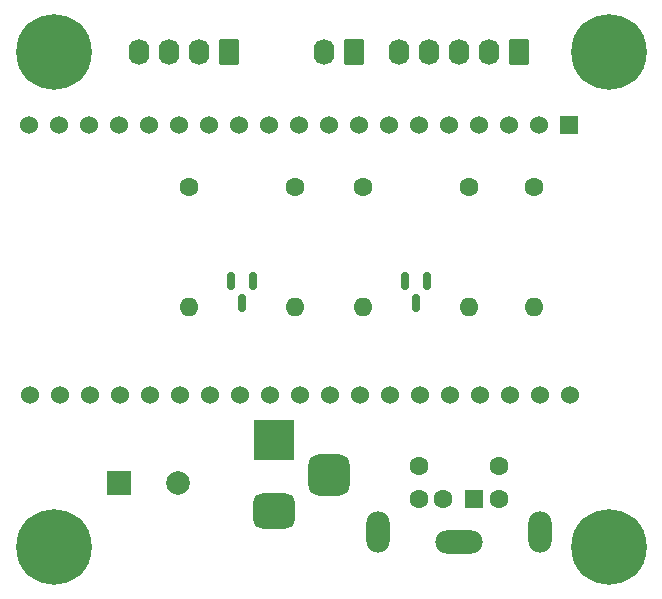
<source format=gbr>
%TF.GenerationSoftware,KiCad,Pcbnew,(6.0.7)*%
%TF.CreationDate,2024-08-27T11:09:32+08:00*%
%TF.ProjectId,KiCad_Esp32_LotNoDisplay,4b694361-645f-4457-9370-33325f4c6f74,rev?*%
%TF.SameCoordinates,Original*%
%TF.FileFunction,Soldermask,Top*%
%TF.FilePolarity,Negative*%
%FSLAX46Y46*%
G04 Gerber Fmt 4.6, Leading zero omitted, Abs format (unit mm)*
G04 Created by KiCad (PCBNEW (6.0.7)) date 2024-08-27 11:09:32*
%MOMM*%
%LPD*%
G01*
G04 APERTURE LIST*
G04 Aperture macros list*
%AMRoundRect*
0 Rectangle with rounded corners*
0 $1 Rounding radius*
0 $2 $3 $4 $5 $6 $7 $8 $9 X,Y pos of 4 corners*
0 Add a 4 corners polygon primitive as box body*
4,1,4,$2,$3,$4,$5,$6,$7,$8,$9,$2,$3,0*
0 Add four circle primitives for the rounded corners*
1,1,$1+$1,$2,$3*
1,1,$1+$1,$4,$5*
1,1,$1+$1,$6,$7*
1,1,$1+$1,$8,$9*
0 Add four rect primitives between the rounded corners*
20,1,$1+$1,$2,$3,$4,$5,0*
20,1,$1+$1,$4,$5,$6,$7,0*
20,1,$1+$1,$6,$7,$8,$9,0*
20,1,$1+$1,$8,$9,$2,$3,0*%
G04 Aperture macros list end*
%ADD10O,1.740000X2.190000*%
%ADD11RoundRect,0.250000X0.620000X0.845000X-0.620000X0.845000X-0.620000X-0.845000X0.620000X-0.845000X0*%
%ADD12C,1.530000*%
%ADD13R,1.530000X1.530000*%
%ADD14C,0.800000*%
%ADD15C,6.400000*%
%ADD16C,1.600000*%
%ADD17O,1.600000X1.600000*%
%ADD18RoundRect,0.875000X0.875000X-0.875000X0.875000X0.875000X-0.875000X0.875000X-0.875000X-0.875000X0*%
%ADD19RoundRect,0.750000X1.000000X-0.750000X1.000000X0.750000X-1.000000X0.750000X-1.000000X-0.750000X0*%
%ADD20R,3.500000X3.500000*%
%ADD21RoundRect,0.150000X-0.150000X0.587500X-0.150000X-0.587500X0.150000X-0.587500X0.150000X0.587500X0*%
%ADD22R,1.600000X1.600000*%
%ADD23O,4.000000X2.000000*%
%ADD24O,2.000000X3.500000*%
%ADD25C,2.000000*%
%ADD26R,2.000000X2.000000*%
G04 APERTURE END LIST*
D10*
%TO.C,J5*%
X32639000Y-30480000D03*
X35179000Y-30480000D03*
X37719000Y-30480000D03*
D11*
X40259000Y-30480000D03*
%TD*%
D12*
%TO.C,U2*%
X69085475Y-59518806D03*
X66545475Y-59518806D03*
X64005475Y-59518806D03*
X61465475Y-59518806D03*
X58925475Y-59518806D03*
X56385475Y-59518806D03*
X53845475Y-59518806D03*
X51305475Y-59518806D03*
X48765475Y-59518806D03*
X46225475Y-59518806D03*
X43685475Y-59518806D03*
X41145475Y-59518806D03*
X38605475Y-59518806D03*
X36065475Y-59518806D03*
X33525475Y-59518806D03*
X30985475Y-59518806D03*
X28445475Y-59518806D03*
X25905475Y-59518806D03*
X23365475Y-59518806D03*
X23355475Y-36658806D03*
X25895475Y-36658806D03*
X28435475Y-36658806D03*
X30975475Y-36658806D03*
X33515475Y-36658806D03*
X36055475Y-36658806D03*
X38595475Y-36658806D03*
X41135475Y-36658806D03*
X43675475Y-36658806D03*
X46215475Y-36658806D03*
X48755475Y-36658806D03*
X51295475Y-36658806D03*
X53835475Y-36658806D03*
X56375475Y-36658806D03*
X58915475Y-36658806D03*
X61455475Y-36658806D03*
X63995475Y-36658806D03*
X66535475Y-36658806D03*
D13*
X69075475Y-36658806D03*
%TD*%
D14*
%TO.C,H2*%
X72390000Y-28080000D03*
X74087056Y-32177056D03*
X74087056Y-28782944D03*
X74790000Y-30480000D03*
D15*
X72390000Y-30480000D03*
D14*
X72390000Y-32880000D03*
X70692944Y-28782944D03*
X70692944Y-32177056D03*
X69990000Y-30480000D03*
%TD*%
%TO.C,H4*%
X23000000Y-72390000D03*
X23702944Y-74087056D03*
X23702944Y-70692944D03*
X25400000Y-74790000D03*
D15*
X25400000Y-72390000D03*
D14*
X27800000Y-72390000D03*
X27097056Y-70692944D03*
X27097056Y-74087056D03*
X25400000Y-69990000D03*
%TD*%
%TO.C,H3*%
X69990000Y-72390000D03*
X70692944Y-74087056D03*
X70692944Y-70692944D03*
X72390000Y-74790000D03*
D15*
X72390000Y-72390000D03*
D14*
X74790000Y-72390000D03*
X74087056Y-70692944D03*
X74087056Y-74087056D03*
X72390000Y-69990000D03*
%TD*%
D11*
%TO.C,J2*%
X64770000Y-30480000D03*
D10*
X62230000Y-30480000D03*
X59690000Y-30480000D03*
X57150000Y-30480000D03*
X54610000Y-30480000D03*
%TD*%
D16*
%TO.C,R8*%
X66040000Y-41910000D03*
D17*
X66040000Y-52070000D03*
%TD*%
%TO.C,R5*%
X45853332Y-52070000D03*
D16*
X45853332Y-41910000D03*
%TD*%
D17*
%TO.C,R4*%
X36830000Y-52070000D03*
D16*
X36830000Y-41910000D03*
%TD*%
D17*
%TO.C,R3*%
X60591662Y-52070000D03*
D16*
X60591662Y-41910000D03*
%TD*%
%TO.C,R2*%
X51568330Y-41910000D03*
D17*
X51568330Y-52070000D03*
%TD*%
D18*
%TO.C,J3*%
X48758870Y-66311280D03*
D19*
X44058870Y-69311280D03*
D20*
X44058870Y-63311280D03*
%TD*%
D21*
%TO.C,Q2*%
X41341666Y-51737500D03*
X40391666Y-49862500D03*
X42291666Y-49862500D03*
%TD*%
%TO.C,Q1*%
X56079996Y-51737500D03*
X55129996Y-49862500D03*
X57029996Y-49862500D03*
%TD*%
D11*
%TO.C,J4*%
X50800000Y-30480000D03*
D10*
X48260000Y-30480000D03*
%TD*%
D22*
%TO.C,J1*%
X61007541Y-68302941D03*
D16*
X58407541Y-68302941D03*
X63107541Y-68302941D03*
X56307541Y-68302941D03*
X63107541Y-65502941D03*
X56307541Y-65502941D03*
D23*
X59707541Y-71952941D03*
D24*
X66557541Y-71152941D03*
X52857541Y-71152941D03*
%TD*%
D14*
%TO.C,H1*%
X25400000Y-28080000D03*
X27097056Y-32177056D03*
X27097056Y-28782944D03*
X27800000Y-30480000D03*
D15*
X25400000Y-30480000D03*
D14*
X25400000Y-32880000D03*
X23702944Y-28782944D03*
X23702944Y-32177056D03*
X23000000Y-30480000D03*
%TD*%
D25*
%TO.C,C1*%
X35927924Y-66955043D03*
D26*
X30927924Y-66955043D03*
%TD*%
M02*

</source>
